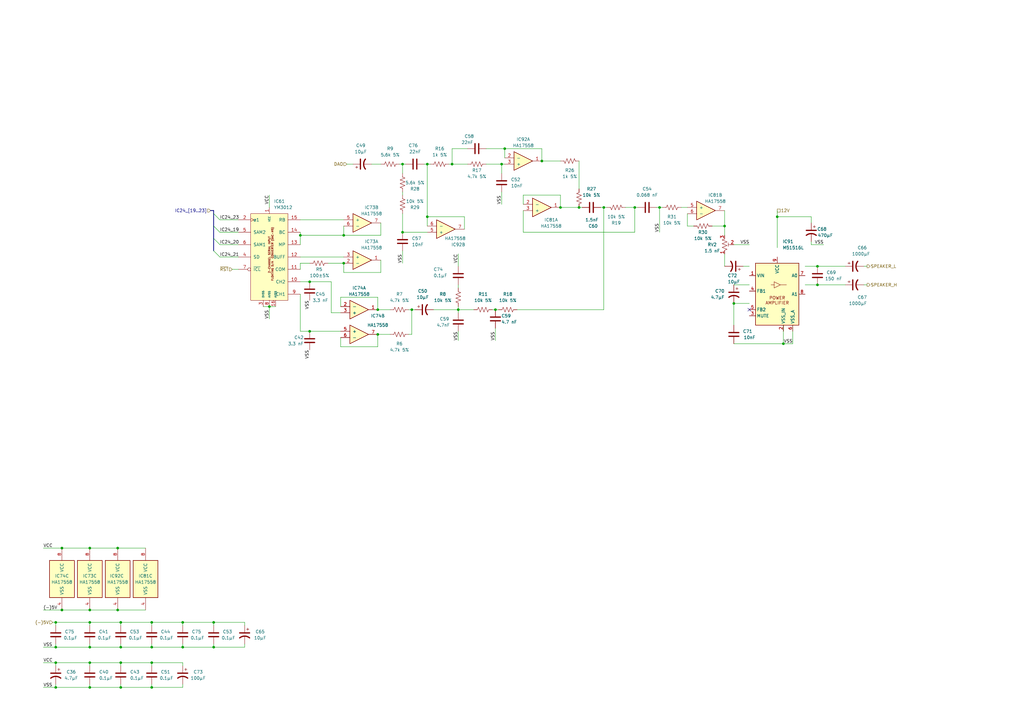
<source format=kicad_sch>
(kicad_sch (version 20231120) (generator "eeschema") (generator_version "8.0")
  (paper "A3")
  (title_block (company "JOTEGO"))
  (lib_symbols
    (symbol "Device:C" (pin_numbers hide) (pin_names (offset 0.254))
      (property "Reference" "C" (at 0.635 2.54 0))
      (property "Value" "C" (at 0.635 -2.54 0))
      (symbol "C_0_1"
        (polyline (pts (xy -2.032 -0.762) (xy 2.032 -0.762)) (stroke (width 0.508)))
        (polyline (pts (xy -2.032 0.762) (xy 2.032 0.762)) (stroke (width 0.508)))
      )
      (symbol "C_1_1"
        (pin passive line (at 0 3.81 270) (length 2.794) (name "~") (number "1"))
        (pin passive line (at 0 -3.81 90) (length 2.794) (name "~") (number "2"))
      )
    )
    (symbol "Device:C_Polarized_US" (pin_numbers hide) (pin_names (offset 0.254) hide)
      (property "Reference" "C" (at 0.635 2.54 0))
      (property "Value" "C_Polarized_US" (at 0.635 -2.54 0))
      (symbol "C_Polarized_US_0_1"
        (polyline (pts (xy -2.032 0.762) (xy 2.032 0.762)) (stroke (width 0.508)))
        (polyline (pts (xy -1.778 2.286) (xy -0.762 2.286)))
        (polyline (pts (xy -1.27 1.778) (xy -1.27 2.794)))
        (arc (start 2.032 -1.27) (mid 0 -0.5572) (end -2.032 -1.27) (stroke (width 0.508)))
      )
      (symbol "C_Polarized_US_1_1"
        (pin passive line (at 0 3.81 270) (length 2.794) (name "~") (number "1"))
        (pin passive line (at 0 -3.81 90) (length 3.302) (name "~") (number "2"))
      )
    )
    (symbol "Device:R_Potentiometer_Trim_US" (pin_names (offset 1.016) hide)
      (property "Reference" "RV" (at -4.445 0 90))
      (property "Value" "R_Potentiometer_Trim_US" (at -2.54 0 90))
      (symbol "R_Potentiometer_Trim_US_0_1"
        (polyline (pts (xy 0 -2.286) (xy 0 -2.54)))
        (polyline (pts (xy 0 2.286) (xy 0 2.54)))
        (polyline (pts (xy 1.524 0.762) (xy 1.524 -0.762)))
        (polyline (pts (xy 2.54 0) (xy 1.524 0)))
        (polyline (pts (xy 0 -0.762) (xy 1.016 -1.143) (xy 0 -1.524) (xy -1.016 -1.905) (xy 0 -2.286)))
        (polyline (pts (xy 0 0.762) (xy 1.016 0.381) (xy 0 0) (xy -1.016 -0.381) (xy 0 -0.762)))
        (polyline (pts (xy 0 2.286) (xy 1.016 1.905) (xy 0 1.524) (xy -1.016 1.143) (xy 0 0.762)))
      )
      (symbol "R_Potentiometer_Trim_US_1_1"
        (pin passive line (at 0 3.81 270) (length 1.27) (name "1") (number "1"))
        (pin passive line (at 3.81 0 180) (length 1.27) (name "2") (number "2"))
        (pin passive line (at 0 -3.81 90) (length 1.27) (name "3") (number "3"))
      )
    )
    (symbol "Device:R_US" (pin_numbers hide) (pin_names (offset 0))
      (property "Reference" "R" (at 2.54 0 90))
      (property "Value" "R_US" (at -2.54 0 90))
      (symbol "R_US_0_1"
        (polyline (pts (xy 0 -2.286) (xy 0 -2.54)))
        (polyline (pts (xy 0 2.286) (xy 0 2.54)))
        (polyline (pts (xy 0 -0.762) (xy 1.016 -1.143) (xy 0 -1.524) (xy -1.016 -1.905) (xy 0 -2.286)))
        (polyline (pts (xy 0 0.762) (xy 1.016 0.381) (xy 0 0) (xy -1.016 -0.381) (xy 0 -0.762)))
        (polyline (pts (xy 0 2.286) (xy 1.016 1.905) (xy 0 1.524) (xy -1.016 1.143) (xy 0 0.762)))
      )
      (symbol "R_US_1_1"
        (pin passive line (at 0 3.81 270) (length 1.27) (name "~") (number "1"))
        (pin passive line (at 0 -3.81 90) (length 1.27) (name "~") (number "2"))
      )
    )
    (symbol "jt74:HA17558" (pin_names (offset 1.016))
      (property "Reference" "U" (at 5.334 12.192 0))
      (property "Value" "HA17558" (at 5.842 10.16 0))
      (symbol "HA17558_1_0"
        (polyline (pts (xy -3.81 3.81) (xy -3.81 -3.81) (xy 3.81 0) (xy -3.81 3.81)) (stroke (width 0.254)) (fill (type background)))
        (pin output line (at 7.62 0 180) (length 3.81) (name "~") (number "1"))
        (pin input line (at -7.62 1.27 0) (length 3.81) (name "-") (number "2"))
        (pin input line (at -7.62 -1.27 0) (length 3.81) (name "+") (number "3"))
      )
      (symbol "HA17558_2_0"
        (polyline (pts (xy -3.81 3.81) (xy -3.81 -3.81) (xy 3.81 0) (xy -3.81 3.81)) (stroke (width 0.254)) (fill (type background)))
        (pin input line (at -7.62 1.27 0) (length 3.81) (name "+") (number "5"))
        (pin input line (at -7.62 -1.27 0) (length 3.81) (name "-") (number "6"))
        (pin output line (at 7.62 0 180) (length 3.81) (name "~") (number "7"))
      )
      (symbol "HA17558_3_0"
        (pin power_in line (at 0 -12.7 90) (length 5.08) (name "VSS") (number "4"))
        (pin power_in line (at 0 12.7 270) (length 5.08) (name "VCC") (number "8"))
      )
      (symbol "HA17558_3_1"
        (rectangle (start -5.08 7.62) (end 5.08 -7.62) (stroke (width 0.254)) (fill (type background)))
      )
    )
    (symbol "jt74:M51516L"
      (property "Reference" "U" (at 6.604 12.954 0))
      (property "Value" "M51516L" (at 6.35 10.668 0))
      (symbol "M51516L_0_1"
        (rectangle (start -8.89 8.89) (end 8.89 -16.51) (stroke (width 0.254)) (fill (type background)))
        (polyline (pts (xy -2.54 0) (xy -1.27 0)))
        (polyline (pts (xy 3.81 0) (xy 1.27 0)))
        (polyline (pts (xy -1.27 1.27) (xy -1.27 -1.27) (xy 1.27 0) (xy -1.27 1.27)))
      )
      (symbol "M51516L_1_1"
        (text "POWER\nAMPLIFIER" (at 0 -6.35 0) (effects (font (size 1.27 1.27))))
        (pin input line (at -11.43 3.81 0) (length 2.54) (name "VIN") (number "1"))
        (pin power_in line (at 2.54 -19.05 90) (length 2.54) (name "VSS_IN") (number "2"))
        (pin input line (at -11.43 -12.7 0) (length 2.54) (name "MUTE") (number "3"))
        (pin input line (at -11.43 -2.54 0) (length 2.54) (name "FB1") (number "4"))
        (pin input line (at -11.43 -10.16 0) (length 2.54) (name "FB2") (number "5"))
        (pin power_in line (at 6.35 -19.05 90) (length 2.54) (name "VSS_A") (number "6"))
        (pin output line (at 11.43 3.81 180) (length 2.54) (name "A0") (number "7"))
        (pin output line (at 11.43 -3.81 180) (length 2.54) (name "A1") (number "8"))
        (pin power_in line (at 0 11.43 270) (length 2.54) (name "VCC") (number "9"))
      )
    )
    (symbol "yamaha:YM3012" (pin_names (offset 1.016))
      (property "Reference" "U" (at 3.175 17.78 0))
      (property "Value" "YM3012" (at -5.08 17.78 0))
      (symbol "YM3012_0_0"
        (text "2-CHANNEL SERIAL INPUT " (at 0 0 900) (effects (font (size 0.762 0.762))))
        (text "FLOATING D/A  CONVERTER (DAC-MS)" (at 1.27 0 900) (effects (font (size 0.762 0.762))))
      )
      (symbol "YM3012_0_1"
        (rectangle (start -7.62 16.51) (end 7.62 -19.05) (fill (type background)))
      )
      (symbol "YM3012_1_1"
        (pin power_in line (at 0 19.05 270) (length 2.54) (name "VCC") (number "1"))
        (pin output line (at 12.7 -11.43 180) (length 5.08) (name "CH2") (number "10"))
        (pin input line (at 12.7 -6.35 180) (length 5.08) (name "COM") (number "11"))
        (pin output line (at 12.7 -1.27 180) (length 5.08) (name "BUFF") (number "12"))
        (pin input line (at 12.7 3.81 180) (length 5.08) (name "MP") (number "13"))
        (pin input line (at 12.7 8.89 180) (length 5.08) (name "BC") (number "14"))
        (pin output line (at 12.7 13.97 180) (length 5.08) (name "RB") (number "15"))
        (pin power_in line (at 2.54 -21.59 90) (length 2.54) (name "AVSS") (number "16"))
        (pin input clock (at -12.7 13.97 0) (length 5.08) (name "ø1") (number "2"))
        (pin power_in line (at -2.54 -21.59 90) (length 2.54) (name "DVSS") (number "3"))
        (pin input line (at -12.7 -1.27 0) (length 5.08) (name "SD") (number "4"))
        (pin input line (at -12.7 8.89 0) (length 5.08) (name "SAM2") (number "5"))
        (pin input line (at -12.7 3.81 0) (length 5.08) (name "SAM1") (number "6"))
        (pin input inverted (at -12.7 -6.35 0) (length 5.08) (name "~{ICL}") (number "7"))
        (pin power_in line (at 0 -21.59 90) (length 2.54) (name "AVSS") (number "8"))
        (pin output line (at 12.7 -16.51 180) (length 5.08) (name "CH1") (number "9"))
      )
    )
  )
  (junction (at 247.65 85.09))
  (junction (at 49.53 265.43))
  (junction (at 127 135.89))
  (junction (at 48.26 224.79))
  (junction (at 36.83 281.94))
  (junction (at 110.49 125.73))
  (junction (at 22.86 271.78))
  (junction (at 140.97 96.52))
  (junction (at 207.01 60.96))
  (junction (at 175.26 67.31))
  (junction (at 25.4 224.79))
  (junction (at 22.86 255.27))
  (junction (at 237.49 85.09))
  (junction (at 335.28 109.22))
  (junction (at 74.93 265.43))
  (junction (at 203.2 127))
  (junction (at 49.53 255.27))
  (junction (at 270.51 85.09))
  (junction (at 36.83 271.78))
  (junction (at 62.23 255.27))
  (junction (at 300.99 124.46))
  (junction (at 22.86 281.94))
  (junction (at 123.19 96.52))
  (junction (at 36.83 224.79))
  (junction (at 175.26 88.9))
  (junction (at 222.25 66.04))
  (junction (at 48.26 250.19))
  (junction (at 154.94 127))
  (junction (at 205.74 67.31))
  (junction (at 321.31 140.97))
  (junction (at 62.23 265.43))
  (junction (at 127 115.57))
  (junction (at 62.23 271.78))
  (junction (at 154.94 137.16))
  (junction (at 187.96 127))
  (junction (at 335.28 116.84))
  (junction (at 168.91 127))
  (junction (at 87.63 255.27))
  (junction (at 36.83 250.19))
  (junction (at 49.53 281.94))
  (junction (at 36.83 255.27))
  (junction (at 229.87 85.09))
  (junction (at 25.4 250.19))
  (junction (at 165.1 95.25))
  (junction (at 318.77 88.9))
  (junction (at 74.93 255.27))
  (junction (at 36.83 265.43))
  (junction (at 185.42 67.31))
  (junction (at 87.63 265.43))
  (junction (at 165.1 67.31))
  (junction (at 22.86 265.43))
  (junction (at 297.18 92.71))
  (junction (at 62.23 281.94))
  (junction (at 49.53 271.78))
  (junction (at 260.35 85.09))
  (junction (at 140.97 107.95))
  (no_connect (at 307.34 127))
  (bus_entry (at 87.63 92.71) (size 2.54 2.54))
  (bus_entry (at 87.63 97.79) (size 2.54 2.54))
  (bus_entry (at 87.63 87.63) (size 2.54 2.54))
  (bus_entry (at 87.63 102.87) (size 2.54 2.54))
  (wire (pts (xy 123.19 120.65) (xy 123.19 135.89)))
  (wire (pts (xy 123.19 96.52) (xy 140.97 96.52)))
  (wire (pts (xy 90.17 90.17) (xy 97.79 90.17)))
  (wire (pts (xy 167.64 137.16) (xy 168.91 137.16)))
  (bus (pts (xy 87.63 97.79) (xy 87.63 92.71)))
  (wire (pts (xy 175.26 92.71) (xy 175.26 88.9)))
  (wire (pts (xy 297.18 104.14) (xy 297.18 109.22)))
  (wire (pts (xy 90.17 105.41) (xy 97.79 105.41)))
  (wire (pts (xy 62.23 256.54) (xy 62.23 255.27)))
  (wire (pts (xy 139.7 135.89) (xy 127 135.89)))
  (wire (pts (xy 36.83 273.05) (xy 36.83 271.78)))
  (wire (pts (xy 237.49 66.04) (xy 237.49 77.47)))
  (wire (pts (xy 156.21 106.68) (xy 156.21 111.76)))
  (wire (pts (xy 21.59 255.27) (xy 22.86 255.27)))
  (wire (pts (xy 190.5 88.9) (xy 190.5 93.98)))
  (wire (pts (xy 187.96 109.22) (xy 187.96 104.14)))
  (wire (pts (xy 321.31 140.97) (xy 300.99 140.97)))
  (wire (pts (xy 214.63 83.82) (xy 214.63 80.01)))
  (wire (pts (xy 36.83 255.27) (xy 49.53 255.27)))
  (wire (pts (xy 154.94 121.92) (xy 154.94 127)))
  (wire (pts (xy 297.18 92.71) (xy 297.18 96.52)))
  (wire (pts (xy 17.78 265.43) (xy 22.86 265.43)))
  (wire (pts (xy 300.99 116.84) (xy 307.34 116.84)))
  (wire (pts (xy 49.53 271.78) (xy 36.83 271.78)))
  (wire (pts (xy 36.83 265.43) (xy 49.53 265.43)))
  (wire (pts (xy 74.93 273.05) (xy 74.93 271.78)))
  (wire (pts (xy 165.1 67.31) (xy 166.37 67.31)))
  (wire (pts (xy 22.86 255.27) (xy 22.86 256.54)))
  (wire (pts (xy 332.74 100.33) (xy 332.74 99.06)))
  (bus (pts (xy 86.36 86.36) (xy 87.63 86.36)))
  (wire (pts (xy 139.7 138.43) (xy 139.7 142.24)))
  (wire (pts (xy 36.83 281.94) (xy 36.83 280.67)))
  (wire (pts (xy 62.23 280.67) (xy 62.23 281.94)))
  (wire (pts (xy 74.93 265.43) (xy 74.93 264.16)))
  (wire (pts (xy 332.74 91.44) (xy 332.74 88.9)))
  (wire (pts (xy 87.63 265.43) (xy 100.33 265.43)))
  (wire (pts (xy 139.7 125.73) (xy 139.7 121.92)))
  (wire (pts (xy 165.1 78.74) (xy 165.1 80.01)))
  (wire (pts (xy 59.69 224.79) (xy 48.26 224.79)))
  (wire (pts (xy 140.97 96.52) (xy 156.21 96.52)))
  (wire (pts (xy 22.86 264.16) (xy 22.86 265.43)))
  (wire (pts (xy 203.2 127) (xy 201.93 127)))
  (wire (pts (xy 49.53 265.43) (xy 49.53 264.16)))
  (wire (pts (xy 22.86 265.43) (xy 36.83 265.43)))
  (wire (pts (xy 165.1 87.63) (xy 165.1 95.25)))
  (wire (pts (xy 154.94 142.24) (xy 154.94 137.16)))
  (wire (pts (xy 204.47 127) (xy 203.2 127)))
  (wire (pts (xy 36.83 255.27) (xy 36.83 256.54)))
  (wire (pts (xy 330.2 116.84) (xy 335.28 116.84)))
  (wire (pts (xy 74.93 256.54) (xy 74.93 255.27)))
  (wire (pts (xy 185.42 60.96) (xy 185.42 67.31)))
  (wire (pts (xy 110.49 125.73) (xy 107.95 125.73)))
  (wire (pts (xy 25.4 250.19) (xy 17.78 250.19)))
  (wire (pts (xy 260.35 85.09) (xy 261.62 85.09)))
  (wire (pts (xy 222.25 66.04) (xy 229.87 66.04)))
  (wire (pts (xy 247.65 85.09) (xy 246.38 85.09)))
  (wire (pts (xy 123.19 107.95) (xy 127 107.95)))
  (wire (pts (xy 135.89 128.27) (xy 135.89 115.57)))
  (wire (pts (xy 87.63 256.54) (xy 87.63 255.27)))
  (wire (pts (xy 207.01 64.77) (xy 207.01 60.96)))
  (wire (pts (xy 165.1 107.95) (xy 165.1 102.87)))
  (wire (pts (xy 184.15 67.31) (xy 185.42 67.31)))
  (wire (pts (xy 281.94 87.63) (xy 281.94 92.71)))
  (wire (pts (xy 354.33 116.84) (xy 355.6 116.84)))
  (wire (pts (xy 59.69 250.19) (xy 48.26 250.19)))
  (wire (pts (xy 214.63 80.01) (xy 229.87 80.01)))
  (wire (pts (xy 168.91 127) (xy 167.64 127)))
  (wire (pts (xy 100.33 256.54) (xy 100.33 255.27)))
  (wire (pts (xy 185.42 60.96) (xy 191.77 60.96)))
  (bus (pts (xy 87.63 87.63) (xy 87.63 86.36)))
  (wire (pts (xy 49.53 273.05) (xy 49.53 271.78)))
  (wire (pts (xy 175.26 67.31) (xy 176.53 67.31)))
  (wire (pts (xy 214.63 86.36) (xy 214.63 95.25)))
  (wire (pts (xy 168.91 127) (xy 170.18 127)))
  (wire (pts (xy 260.35 85.09) (xy 256.54 85.09)))
  (wire (pts (xy 187.96 125.73) (xy 187.96 127)))
  (wire (pts (xy 123.19 95.25) (xy 123.19 96.52)))
  (wire (pts (xy 22.86 281.94) (xy 22.86 280.67)))
  (wire (pts (xy 62.23 271.78) (xy 74.93 271.78)))
  (wire (pts (xy 36.83 264.16) (xy 36.83 265.43)))
  (wire (pts (xy 335.28 116.84) (xy 346.71 116.84)))
  (wire (pts (xy 87.63 265.43) (xy 87.63 264.16)))
  (wire (pts (xy 165.1 95.25) (xy 175.26 95.25)))
  (wire (pts (xy 134.62 107.95) (xy 140.97 107.95)))
  (wire (pts (xy 337.82 100.33) (xy 332.74 100.33)))
  (wire (pts (xy 168.91 137.16) (xy 168.91 127)))
  (wire (pts (xy 36.83 271.78) (xy 22.86 271.78)))
  (wire (pts (xy 318.77 88.9) (xy 318.77 101.6)))
  (wire (pts (xy 271.78 85.09) (xy 270.51 85.09)))
  (wire (pts (xy 304.8 109.22) (xy 307.34 109.22)))
  (wire (pts (xy 123.19 107.95) (xy 123.19 110.49)))
  (wire (pts (xy 207.01 60.96) (xy 222.25 60.96)))
  (wire (pts (xy 123.19 115.57) (xy 127 115.57)))
  (wire (pts (xy 163.83 67.31) (xy 165.1 67.31)))
  (wire (pts (xy 203.2 139.7) (xy 203.2 134.62)))
  (wire (pts (xy 297.18 92.71) (xy 297.18 86.36)))
  (wire (pts (xy 185.42 67.31) (xy 191.77 67.31)))
  (wire (pts (xy 300.99 124.46) (xy 307.34 124.46)))
  (wire (pts (xy 90.17 100.33) (xy 97.79 100.33)))
  (wire (pts (xy 156.21 96.52) (xy 156.21 91.44)))
  (wire (pts (xy 237.49 85.09) (xy 238.76 85.09)))
  (wire (pts (xy 156.21 111.76) (xy 140.97 111.76)))
  (wire (pts (xy 346.71 109.22) (xy 335.28 109.22)))
  (wire (pts (xy 247.65 85.09) (xy 247.65 127)))
  (wire (pts (xy 49.53 280.67) (xy 49.53 281.94)))
  (wire (pts (xy 354.33 109.22) (xy 355.6 109.22)))
  (wire (pts (xy 127 115.57) (xy 135.89 115.57)))
  (wire (pts (xy 49.53 255.27) (xy 62.23 255.27)))
  (wire (pts (xy 229.87 85.09) (xy 237.49 85.09)))
  (wire (pts (xy 139.7 128.27) (xy 135.89 128.27)))
  (wire (pts (xy 248.92 85.09) (xy 247.65 85.09)))
  (wire (pts (xy 62.23 265.43) (xy 62.23 264.16)))
  (wire (pts (xy 205.74 67.31) (xy 207.01 67.31)))
  (wire (pts (xy 318.77 88.9) (xy 332.74 88.9)))
  (wire (pts (xy 123.19 135.89) (xy 127 135.89)))
  (wire (pts (xy 22.86 271.78) (xy 22.86 273.05)))
  (wire (pts (xy 292.1 92.71) (xy 297.18 92.71)))
  (wire (pts (xy 321.31 140.97) (xy 325.12 140.97)))
  (wire (pts (xy 123.19 96.52) (xy 123.19 100.33)))
  (wire (pts (xy 100.33 265.43) (xy 100.33 264.16)))
  (wire (pts (xy 110.49 130.81) (xy 110.49 125.73)))
  (wire (pts (xy 165.1 67.31) (xy 165.1 71.12)))
  (wire (pts (xy 22.86 281.94) (xy 36.83 281.94)))
  (wire (pts (xy 270.51 85.09) (xy 270.51 95.25)))
  (wire (pts (xy 229.87 80.01) (xy 229.87 85.09)))
  (wire (pts (xy 139.7 121.92) (xy 154.94 121.92)))
  (wire (pts (xy 154.94 127) (xy 160.02 127)))
  (wire (pts (xy 187.96 139.7) (xy 187.96 135.89)))
  (wire (pts (xy 95.25 110.49) (xy 97.79 110.49)))
  (wire (pts (xy 74.93 281.94) (xy 74.93 280.67)))
  (wire (pts (xy 222.25 60.96) (xy 222.25 66.04)))
  (wire (pts (xy 110.49 125.73) (xy 113.03 125.73)))
  (wire (pts (xy 49.53 271.78) (xy 62.23 271.78)))
  (wire (pts (xy 36.83 281.94) (xy 49.53 281.94)))
  (wire (pts (xy 154.94 137.16) (xy 160.02 137.16)))
  (wire (pts (xy 49.53 265.43) (xy 62.23 265.43)))
  (wire (pts (xy 48.26 224.79) (xy 36.83 224.79)))
  (wire (pts (xy 199.39 60.96) (xy 207.01 60.96)))
  (wire (pts (xy 281.94 92.71) (xy 284.48 92.71)))
  (wire (pts (xy 74.93 255.27) (xy 87.63 255.27)))
  (wire (pts (xy 144.78 67.31) (xy 142.24 67.31)))
  (wire (pts (xy 49.53 281.94) (xy 62.23 281.94)))
  (wire (pts (xy 199.39 67.31) (xy 205.74 67.31)))
  (wire (pts (xy 205.74 83.82) (xy 205.74 78.74)))
  (wire (pts (xy 140.97 92.71) (xy 140.97 96.52)))
  (wire (pts (xy 187.96 116.84) (xy 187.96 118.11)))
  (wire (pts (xy 281.94 85.09) (xy 279.4 85.09)))
  (wire (pts (xy 87.63 255.27) (xy 100.33 255.27)))
  (wire (pts (xy 17.78 271.78) (xy 22.86 271.78)))
  (wire (pts (xy 152.4 67.31) (xy 156.21 67.31)))
  (wire (pts (xy 212.09 127) (xy 247.65 127)))
  (wire (pts (xy 140.97 107.95) (xy 140.97 111.76)))
  (wire (pts (xy 330.2 109.22) (xy 335.28 109.22)))
  (wire (pts (xy 325.12 133.35) (xy 325.12 140.97)))
  (wire (pts (xy 62.23 255.27) (xy 74.93 255.27)))
  (wire (pts (xy 214.63 95.25) (xy 260.35 95.25)))
  (wire (pts (xy 36.83 250.19) (xy 25.4 250.19)))
  (wire (pts (xy 205.74 67.31) (xy 205.74 71.12)))
  (wire (pts (xy 187.96 127) (xy 194.31 127)))
  (wire (pts (xy 74.93 265.43) (xy 87.63 265.43)))
  (bus (pts (xy 87.63 92.71) (xy 87.63 87.63)))
  (wire (pts (xy 62.23 281.94) (xy 74.93 281.94)))
  (wire (pts (xy 123.19 90.17) (xy 140.97 90.17)))
  (wire (pts (xy 49.53 256.54) (xy 49.53 255.27)))
  (wire (pts (xy 177.8 127) (xy 187.96 127)))
  (wire (pts (xy 62.23 273.05) (xy 62.23 271.78)))
  (wire (pts (xy 123.19 105.41) (xy 140.97 105.41)))
  (wire (pts (xy 300.99 124.46) (xy 300.99 133.35)))
  (wire (pts (xy 62.23 265.43) (xy 74.93 265.43)))
  (wire (pts (xy 36.83 224.79) (xy 25.4 224.79)))
  (wire (pts (xy 175.26 67.31) (xy 175.26 88.9)))
  (wire (pts (xy 173.99 67.31) (xy 175.26 67.31)))
  (wire (pts (xy 318.77 86.36) (xy 318.77 88.9)))
  (wire (pts (xy 25.4 224.79) (xy 17.78 224.79)))
  (wire (pts (xy 17.78 281.94) (xy 22.86 281.94)))
  (wire (pts (xy 139.7 142.24) (xy 154.94 142.24)))
  (bus (pts (xy 87.63 102.87) (xy 87.63 97.79)))
  (wire (pts (xy 48.26 250.19) (xy 36.83 250.19)))
  (wire (pts (xy 270.51 85.09) (xy 269.24 85.09)))
  (wire (pts (xy 321.31 133.35) (xy 321.31 140.97)))
  (wire (pts (xy 187.96 128.27) (xy 187.96 127)))
  (wire (pts (xy 22.86 255.27) (xy 36.83 255.27)))
  (wire (pts (xy 110.49 85.09) (xy 110.49 80.01)))
  (wire (pts (xy 260.35 85.09) (xy 260.35 95.25)))
  (wire (pts (xy 300.99 100.33) (xy 307.34 100.33)))
  (wire (pts (xy 175.26 88.9) (xy 190.5 88.9)))
  (wire (pts (xy 90.17 95.25) (xy 97.79 95.25)))
  (label "VCC" (at 110.49 80.01 270))
  (label "VCC" (at 187.96 104.14 270))
  (label "VSS" (at 127 143.51 270))
  (label "VSS" (at 165.1 107.95 90))
  (label "VSS" (at 325.12 140.97 180))
  (label "VSS" (at 307.34 100.33 180))
  (label "(-)5V" (at 17.78 250.19 0))
  (label "VSS" (at 337.82 100.33 180))
  (label "VCC" (at 17.78 224.79 0))
  (label "IC24_19" (at 90.17 95.25 0))
  (label "IC24_23" (at 90.17 90.17 0))
  (label "IC24_20" (at 90.17 100.33 0))
  (label "VSS" (at 17.78 265.43 0))
  (label "VSS" (at 127 123.19 270))
  (label "VSS" (at 17.78 281.94 0))
  (label "VSS" (at 203.2 139.7 90))
  (label "VSS" (at 270.51 95.25 90))
  (label "VSS" (at 187.96 139.7 90))
  (label "VCC" (at 17.78 271.78 0))
  (label "VSS" (at 205.74 83.82 90))
  (label "VSS" (at 110.49 130.81 90))
  (label "IC24_21" (at 90.17 105.41 0))
  (hierarchical_label "DAO" (shape input) (at 142.24 67.31 180))
  (hierarchical_label "12V" (shape passive) (at 318.77 86.36 0))
  (hierarchical_label "SPEAKER_L" (shape output) (at 355.6 109.22 0))
  (hierarchical_label "~{RST}" (shape input) (at 95.25 110.49 180))
  (hierarchical_label "IC24_[19..23]" (shape input) (at 86.36 86.36 180))
  (hierarchical_label "SPEAKER_H" (shape output) (at 355.6 116.84 0))
  (hierarchical_label "(-)5V" (shape input) (at 21.59 255.27 180))
  (symbol (lib_id "Device:C") (at 49.53 276.86 0) (unit 1)
    (property "Reference" "C43" (at 53.34 275.59 0) (effects (justify left)))
    (property "Value" "0.1μF" (at 53.34 278.13 0) (effects (justify left)))
    (property "Description" "Unpolarized capacitor" (effects (hide yes)))
  )
  (symbol (lib_id "jt74:HA17558") (at 182.88 93.98 0) (mirror x) (unit 2)
    (property "Reference" "IC92" (at 187.96 100.33 0))
    (property "Value" "HA17558" (at 186.69 97.79 0))
    (property "Datasheet" "https://www.alldatasheet.com/html-pdf/694689/LINER/LM308A_15/152/1/LM308A_15.html" (effects (hide yes)))
    (property "Description" "Operational Amplifier" (effects (hide yes)))
  )
  (symbol (lib_id "Device:R_Potentiometer_Trim_US") (at 297.18 100.33 0) (mirror x) (unit 1)
    (property "Reference" "RV2" (at 292.1 100.33 0))
    (property "Value" "1.5 nF" (at 292.1 102.87 0))
    (property "Description" "Trim-potentiometer, US symbol" (effects (hide yes)))
  )
  (symbol (lib_id "Device:C") (at 36.83 276.86 0) (unit 1)
    (property "Reference" "C40" (at 40.64 275.59 0) (effects (justify left)))
    (property "Value" "0.1μF" (at 40.64 278.13 0) (effects (justify left)))
    (property "Description" "Unpolarized capacitor" (effects (hide yes)))
  )
  (symbol (lib_id "jt74:HA17558") (at 222.25 85.09 0) (unit 1)
    (property "Reference" "IC81" (at 226.06 90.17 0))
    (property "Value" "HA17558" (at 226.06 92.71 0))
    (property "Datasheet" "https://www.alldatasheet.com/html-pdf/694689/LINER/LM308A_15/152/1/LM308A_15.html" (effects (hide yes)))
    (property "Description" "Operational Amplifier" (effects (hide yes)))
  )
  (symbol (lib_id "Device:C_Polarized_US") (at 74.93 276.86 0) (mirror y) (unit 1)
    (property "Reference" "C73" (at 81.28 275.59 0))
    (property "Value" "100μF" (at 81.28 278.13 0))
    (property "Description" "Polarized capacitor, US symbol" (effects (hide yes)))
  )
  (symbol (lib_id "Device:C") (at 195.58 60.96 270) (mirror x) (unit 1)
    (property "Reference" "C58" (at 190.5 55.88 90) (effects (justify left)))
    (property "Value" "22nF" (at 189.23 58.42 90) (effects (justify left)))
    (property "Description" "Unpolarized capacitor" (effects (hide yes)))
  )
  (symbol (lib_id "Device:R_US") (at 195.58 67.31 270) (unit 1)
    (property "Reference" "R17" (at 195.58 69.85 90))
    (property "Value" "4.7k 5%" (at 195.58 72.39 90))
    (property "Description" "Resistor, US symbol" (effects (hide yes)))
  )
  (symbol (lib_id "Device:C_Polarized_US") (at 350.52 116.84 90) (mirror x) (unit 1)
    (property "Reference" "C67" (at 355.6 121.92 90) (effects (justify left)))
    (property "Value" "1000μF" (at 355.6 124.46 90) (effects (justify left)))
    (property "Description" "Polarized capacitor, US symbol" (effects (hide yes)))
  )
  (symbol (lib_id "Device:C") (at 62.23 276.86 0) (mirror y) (unit 1)
    (property "Reference" "C51" (at 69.85 275.59 0) (effects (justify left)))
    (property "Value" "0.1μF" (at 71.12 278.13 0) (effects (justify left)))
    (property "Description" "Unpolarized capacitor" (effects (hide yes)))
  )
  (symbol (lib_id "Device:R_US") (at 275.59 85.09 90) (unit 1)
    (property "Reference" "R31" (at 275.59 88.9 90))
    (property "Value" "10k 5%" (at 275.59 91.44 90))
    (property "Description" "Resistor, US symbol" (effects (hide yes)))
  )
  (symbol (lib_id "Device:C_Polarized_US") (at 100.33 260.35 0) (mirror y) (unit 1)
    (property "Reference" "C65" (at 106.68 259.08 0))
    (property "Value" "10μF" (at 106.68 261.62 0))
    (property "Description" "Polarized capacitor, US symbol" (effects (hide yes)))
  )
  (symbol (lib_id "Device:R_US") (at 180.34 67.31 270) (unit 1)
    (property "Reference" "R16" (at 180.34 60.96 90))
    (property "Value" "1k 5%" (at 180.34 63.5 90))
    (property "Description" "Resistor, US symbol" (effects (hide yes)))
  )
  (symbol (lib_id "Device:C") (at 22.86 260.35 0) (mirror y) (unit 1)
    (property "Reference" "C75" (at 30.48 259.08 0) (effects (justify left)))
    (property "Value" "0.1μF" (at 31.75 261.62 0) (effects (justify left)))
    (property "Description" "Unpolarized capacitor" (effects (hide yes)))
  )
  (symbol (lib_id "Device:C_Polarized_US") (at 332.74 95.25 0) (mirror y) (unit 1)
    (property "Reference" "C68" (at 339.09 93.98 0) (effects (justify left)))
    (property "Value" "470μF" (at 341.63 96.52 0) (effects (justify left)))
    (property "Description" "Polarized capacitor, US symbol" (effects (hide yes)))
  )
  (symbol (lib_id "Device:R_US") (at 130.81 107.95 90) (unit 1)
    (property "Reference" "R5" (at 129.54 110.49 90) (effects (justify right)))
    (property "Value" "100±5%" (at 127 113.03 90) (effects (justify right)))
    (property "Description" "Resistor, US symbol" (effects (hide yes)))
  )
  (symbol (lib_id "Device:C") (at 242.57 85.09 270) (mirror x) (unit 1)
    (property "Reference" "C60" (at 241.3 92.71 90) (effects (justify left)))
    (property "Value" "1.5nF" (at 240.03 90.17 90) (effects (justify left)))
    (property "Description" "Unpolarized capacitor" (effects (hide yes)))
  )
  (symbol (lib_id "Device:C") (at 87.63 260.35 0) (mirror y) (unit 1)
    (property "Reference" "C53" (at 95.25 259.08 0) (effects (justify left)))
    (property "Value" "0.1μF" (at 96.52 261.62 0) (effects (justify left)))
    (property "Description" "Unpolarized capacitor" (effects (hide yes)))
  )
  (symbol (lib_id "Device:C") (at 187.96 113.03 0) (mirror x) (unit 1)
    (property "Reference" "C74" (at 177.8 110.49 0) (effects (justify left)))
    (property "Value" "0.1μF" (at 177.8 113.03 0) (effects (justify left)))
    (property "Description" "Unpolarized capacitor" (effects (hide yes)))
  )
  (symbol (lib_id "Device:R_US") (at 187.96 121.92 0) (unit 1)
    (property "Reference" "R8" (at 181.61 120.65 0))
    (property "Value" "10k 5%" (at 181.61 123.19 0))
    (property "Description" "Resistor, US symbol" (effects (hide yes)))
  )
  (symbol (lib_id "jt74:HA17558") (at 25.4 237.49 0) (mirror y) (unit 3)
    (property "Reference" "IC74" (at 25.4 236.22 0))
    (property "Value" "HA17558" (at 25.4 238.76 0))
    (property "Datasheet" "https://www.alldatasheet.com/html-pdf/694689/LINER/LM308A_15/152/1/LM308A_15.html" (effects (hide yes)))
    (property "Description" "Operational Amplifier" (effects (hide yes)))
  )
  (symbol (lib_id "Device:R_US") (at 163.83 137.16 90) (unit 1)
    (property "Reference" "R6" (at 163.83 140.97 90))
    (property "Value" "4.7k 5%" (at 163.83 143.51 90))
    (property "Description" "Resistor, US symbol" (effects (hide yes)))
  )
  (symbol (lib_id "jt74:HA17558") (at 36.83 237.49 0) (mirror y) (unit 3)
    (property "Reference" "IC73" (at 36.83 236.22 0))
    (property "Value" "HA17558" (at 36.83 238.76 0))
    (property "Datasheet" "https://www.alldatasheet.com/html-pdf/694689/LINER/LM308A_15/152/1/LM308A_15.html" (effects (hide yes)))
    (property "Description" "Operational Amplifier" (effects (hide yes)))
  )
  (symbol (lib_id "Device:C_Polarized_US") (at 300.99 109.22 270) (mirror x) (unit 1)
    (property "Reference" "C72" (at 298.45 113.03 90) (effects (justify left)))
    (property "Value" "10μF" (at 298.45 115.57 90) (effects (justify left)))
    (property "Description" "Polarized capacitor, US symbol" (effects (hide yes)))
  )
  (symbol (lib_id "Device:R_US") (at 208.28 127 270) (unit 1)
    (property "Reference" "R18" (at 208.28 120.65 90))
    (property "Value" "10k 5%" (at 208.28 123.19 90))
    (property "Description" "Resistor, US symbol" (effects (hide yes)))
  )
  (symbol (lib_id "Device:C_Polarized_US") (at 350.52 109.22 90) (mirror x) (unit 1)
    (property "Reference" "C66" (at 355.6 101.6 90) (effects (justify left)))
    (property "Value" "1000μF" (at 356.87 104.14 90) (effects (justify left)))
    (property "Description" "Polarized capacitor, US symbol" (effects (hide yes)))
  )
  (symbol (lib_id "Device:R_US") (at 160.02 67.31 270) (unit 1)
    (property "Reference" "R9" (at 160.02 60.96 90))
    (property "Value" "5.6k 5%" (at 160.02 63.5 90))
    (property "Description" "Resistor, US symbol" (effects (hide yes)))
  )
  (symbol (lib_id "jt74:HA17558") (at 147.32 127 0) (unit 1)
    (property "Reference" "IC74" (at 147.32 118.11 0))
    (property "Value" "HA17558" (at 147.32 120.65 0))
    (property "Datasheet" "https://www.alldatasheet.com/html-pdf/694689/LINER/LM308A_15/152/1/LM308A_15.html" (effects (hide yes)))
    (property "Description" "Operational Amplifier" (effects (hide yes)))
  )
  (symbol (lib_id "Device:C") (at 170.18 67.31 90) (unit 1)
    (property "Reference" "C76" (at 171.45 59.69 90) (effects (justify left)))
    (property "Value" "22nF" (at 172.72 62.23 90) (effects (justify left)))
    (property "Description" "Unpolarized capacitor" (effects (hide yes)))
  )
  (symbol (lib_id "Device:C") (at 265.43 85.09 270) (mirror x) (unit 1)
    (property "Reference" "C54" (at 265.43 77.47 90))
    (property "Value" "0.068 nF" (at 265.43 80.01 90))
    (property "Description" "Unpolarized capacitor" (effects (hide yes)))
  )
  (symbol (lib_id "jt74:HA17558") (at 214.63 66.04 0) (unit 1)
    (property "Reference" "IC92" (at 214.63 57.15 0))
    (property "Value" "HA17558" (at 214.63 59.69 0))
    (property "Datasheet" "https://www.alldatasheet.com/html-pdf/694689/LINER/LM308A_15/152/1/LM308A_15.html" (effects (hide yes)))
    (property "Description" "Operational Amplifier" (effects (hide yes)))
  )
  (symbol (lib_id "jt74:HA17558") (at 59.69 237.49 0) (unit 3)
    (property "Reference" "IC81" (at 59.69 236.22 0))
    (property "Value" "HA17558" (at 59.69 238.76 0))
    (property "Datasheet" "https://www.alldatasheet.com/html-pdf/694689/LINER/LM308A_15/152/1/LM308A_15.html" (effects (hide yes)))
    (property "Description" "Operational Amplifier" (effects (hide yes)))
  )
  (symbol (lib_id "Device:C") (at 205.74 74.93 0) (unit 1)
    (property "Reference" "C52" (at 209.55 73.66 0) (effects (justify left)))
    (property "Value" "10nF" (at 209.55 76.2 0) (effects (justify left)))
    (property "Description" "Unpolarized capacitor" (effects (hide yes)))
  )
  (symbol (lib_id "Device:C") (at 127 119.38 180) (unit 1)
    (property "Reference" "C45" (at 133.35 120.65 0) (effects (justify left)))
    (property "Value" "3.3 nF" (at 134.62 123.19 0) (effects (justify left)))
    (property "Description" "Unpolarized capacitor" (effects (hide yes)))
  )
  (symbol (lib_id "jt74:HA17558") (at 148.59 106.68 0) (mirror x) (unit 1)
    (property "Reference" "IC73" (at 152.4 99.06 0))
    (property "Value" "HA17558" (at 152.4 101.6 0))
    (property "Datasheet" "https://www.alldatasheet.com/html-pdf/694689/LINER/LM308A_15/152/1/LM308A_15.html" (effects (hide yes)))
    (property "Description" "Operational Amplifier" (effects (hide yes)))
  )
  (symbol (lib_id "Device:R_US") (at 288.29 92.71 270) (mirror x) (unit 1)
    (property "Reference" "R30" (at 288.29 95.25 90))
    (property "Value" "10k 5%" (at 288.29 97.79 90))
    (property "Description" "Resistor, US symbol" (effects (hide yes)))
  )
  (symbol (lib_id "Device:R_US") (at 252.73 85.09 270) (mirror x) (unit 1)
    (property "Reference" "R19" (at 252.73 91.44 90))
    (property "Value" "10k 5%" (at 252.73 88.9 90))
    (property "Description" "Resistor, US symbol" (effects (hide yes)))
  )
  (symbol (lib_id "Device:R_US") (at 163.83 127 270) (unit 1)
    (property "Reference" "R7" (at 163.83 120.65 90))
    (property "Value" "4.7k 5%" (at 163.83 123.19 90))
    (property "Description" "Resistor, US symbol" (effects (hide yes)))
  )
  (symbol (lib_id "Device:R_US") (at 198.12 127 270) (unit 1)
    (property "Reference" "R11" (at 198.12 120.65 90))
    (property "Value" "10k 5%" (at 198.12 123.19 90))
    (property "Description" "Resistor, US symbol" (effects (hide yes)))
  )
  (symbol (lib_id "Device:C") (at 203.2 130.81 0) (mirror y) (unit 1)
    (property "Reference" "C59" (at 209.55 129.54 0) (effects (justify left)))
    (property "Value" "4.7 nF" (at 212.09 132.08 0) (effects (justify left)))
    (property "Description" "Unpolarized capacitor" (effects (hide yes)))
  )
  (symbol (lib_id "jt74:HA17558") (at 148.59 91.44 0) (unit 2)
    (property "Reference" "IC73" (at 152.4 85.09 0))
    (property "Value" "HA17558" (at 152.4 87.63 0))
    (property "Datasheet" "https://www.alldatasheet.com/html-pdf/694689/LINER/LM308A_15/152/1/LM308A_15.html" (effects (hide yes)))
    (property "Description" "Operational Amplifier" (effects (hide yes)))
  )
  (symbol (lib_id "Device:C") (at 62.23 260.35 0) (mirror y) (unit 1)
    (property "Reference" "C44" (at 69.85 259.08 0) (effects (justify left)))
    (property "Value" "0.1μF" (at 71.12 261.62 0) (effects (justify left)))
    (property "Description" "Unpolarized capacitor" (effects (hide yes)))
  )
  (symbol (lib_id "Device:C") (at 74.93 260.35 0) (mirror y) (unit 1)
    (property "Reference" "C75" (at 82.55 259.08 0) (effects (justify left)))
    (property "Value" "0.1μF" (at 83.82 261.62 0) (effects (justify left)))
    (property "Description" "Unpolarized capacitor" (effects (hide yes)))
  )
  (symbol (lib_id "Device:C") (at 165.1 99.06 0) (unit 1)
    (property "Reference" "C57" (at 168.91 97.79 0) (effects (justify left)))
    (property "Value" "10nF" (at 168.91 100.33 0) (effects (justify left)))
    (property "Description" "Unpolarized capacitor" (effects (hide yes)))
  )
  (symbol (lib_id "Device:R_US") (at 233.68 66.04 270) (mirror x) (unit 1)
    (property "Reference" "R26" (at 233.68 69.85 90))
    (property "Value" "1k 5%" (at 233.68 72.39 90))
    (property "Description" "Resistor, US symbol" (effects (hide yes)))
  )
  (symbol (lib_id "yamaha:YM3012") (at 110.49 104.14 0) (unit 1)
    (property "Reference" "IC61" (at 112.3349 82.55 0) (effects (justify left)))
    (property "Value" "YM3012" (at 112.3349 85.09 0) (effects (justify left)))
    (property "Datasheet" "https://retrocdn.net/images/d/da/YM3012_datasheet.pdf" (effects (hide yes)))
  )
  (symbol (lib_id "Device:C") (at 300.99 137.16 180) (unit 1)
    (property "Reference" "C71" (at 308.61 135.89 0) (effects (justify left)))
    (property "Value" "10nF" (at 309.88 138.43 0) (effects (justify left)))
    (property "Description" "Unpolarized capacitor" (effects (hide yes)))
  )
  (symbol (lib_id "Device:C_Polarized_US") (at 148.59 67.31 90) (unit 1)
    (property "Reference" "C49" (at 147.955 59.69 90))
    (property "Value" "10μF" (at 147.955 62.23 90))
    (property "Description" "Polarized capacitor, US symbol" (effects (hide yes)))
  )
  (symbol (lib_id "Device:C") (at 49.53 260.35 0) (mirror y) (unit 1)
    (property "Reference" "C53" (at 57.15 259.08 0) (effects (justify left)))
    (property "Value" "0.1μF" (at 58.42 261.62 0) (effects (justify left)))
    (property "Description" "Unpolarized capacitor" (effects (hide yes)))
  )
  (symbol (lib_id "jt74:HA17558") (at 48.26 237.49 0) (mirror y) (unit 3)
    (property "Reference" "IC92" (at 50.8 236.22 0) (effects (justify left)))
    (property "Value" "HA17558" (at 48.26 238.76 0))
    (property "Datasheet" "https://www.alldatasheet.com/html-pdf/694689/LINER/LM308A_15/152/1/LM308A_15.html" (effects (hide yes)))
    (property "Description" "Operational Amplifier" (effects (hide yes)))
  )
  (symbol (lib_id "jt74:HA17558") (at 289.56 86.36 0) (unit 2)
    (property "Reference" "IC81" (at 293.37 80.01 0))
    (property "Value" "HA17558" (at 293.37 82.55 0))
    (property "Datasheet" "https://www.alldatasheet.com/html-pdf/694689/LINER/LM308A_15/152/1/LM308A_15.html" (effects (hide yes)))
    (property "Description" "Operational Amplifier" (effects (hide yes)))
  )
  (symbol (lib_id "Device:C_Polarized_US") (at 300.99 120.65 0) (mirror y) (unit 1)
    (property "Reference" "C70" (at 297.18 119.38 0) (effects (justify left)))
    (property "Value" "4.7μF" (at 297.18 121.92 0) (effects (justify left)))
    (property "Description" "Polarized capacitor, US symbol" (effects (hide yes)))
  )
  (symbol (lib_id "Device:R_US") (at 165.1 74.93 180) (unit 1)
    (property "Reference" "R28" (at 170.18 77.47 0))
    (property "Value" "5.6k 5%" (at 170.18 74.93 0))
    (property "Description" "Resistor, US symbol" (effects (hide yes)))
  )
  (symbol (lib_id "Device:C_Polarized_US") (at 22.86 276.86 0) (mirror y) (unit 1)
    (property "Reference" "C36" (at 29.21 275.59 0))
    (property "Value" "4.7μF" (at 29.21 278.13 0))
    (property "Description" "Polarized capacitor, US symbol" (effects (hide yes)))
  )
  (symbol (lib_id "Device:C") (at 335.28 113.03 0) (mirror y) (unit 1)
    (property "Reference" "C69" (at 342.9 111.76 0) (effects (justify left)))
    (property "Value" "150 nF" (at 345.44 114.3 0) (effects (justify left)))
    (property "Description" "Unpolarized capacitor" (effects (hide yes)))
  )
  (symbol (lib_id "Device:C") (at 187.96 132.08 0) (unit 1)
    (property "Reference" "C59" (at 180.34 130.81 0) (effects (justify left)))
    (property "Value" "4.7nF" (at 179.07 133.35 0) (effects (justify left)))
    (property "Description" "Unpolarized capacitor" (effects (hide yes)))
  )
  (symbol (lib_id "jt74:M51516L") (at 318.77 116.84 0) (unit 1)
    (property "Reference" "IC91" (at 320.9641 99.06 0) (effects (justify left)))
    (property "Value" "M51516L" (at 320.9641 101.6 0) (effects (justify left)))
    (property "Datasheet" "https://semiconductors.es/pdf-down/M/5/1/M51516L_ETC.pdf" (effects (hide yes)))
    (property "Description" "AF BTL Power Amplifier 12 W. 9~16V" (effects (hide yes)))
  )
  (symbol (lib_id "Device:R_US") (at 165.1 83.82 180) (unit 1)
    (property "Reference" "R29" (at 170.18 85.09 0))
    (property "Value" "10k 5%" (at 170.18 82.55 0))
    (property "Description" "Resistor, US symbol" (effects (hide yes)))
  )
  (symbol (lib_id "Device:C") (at 36.83 260.35 0) (mirror y) (unit 1)
    (property "Reference" "C41" (at 44.45 259.08 0) (effects (justify left)))
    (property "Value" "0.1μF" (at 45.72 261.62 0) (effects (justify left)))
    (property "Description" "Unpolarized capacitor" (effects (hide yes)))
  )
  (symbol (lib_id "Device:R_US") (at 237.49 81.28 0) (mirror y) (unit 1)
    (property "Reference" "R27" (at 242.57 77.47 0))
    (property "Value" "10k 5%" (at 242.57 80.01 0))
    (property "Description" "Resistor, US symbol" (effects (hide yes)))
  )
  (symbol (lib_id "Device:C_Polarized_US") (at 173.99 127 90) (mirror x) (unit 1)
    (property "Reference" "C50" (at 173.355 119.38 90))
    (property "Value" "10μF" (at 173.355 121.92 90))
    (property "Description" "Polarized capacitor, US symbol" (effects (hide yes)))
  )
  (symbol (lib_id "jt74:HA17558") (at 147.32 137.16 0) (unit 2)
    (property "Reference" "IC74" (at 154.94 129.54 0))
    (property "Value" "HA17558" (at 154.94 133.35 0))
    (property "Datasheet" "https://www.alldatasheet.com/html-pdf/694689/LINER/LM308A_15/152/1/LM308A_15.html" (effects (hide yes)))
    (property "Description" "Operational Amplifier" (effects (hide yes)))
  )
  (symbol (lib_id "Device:C") (at 127 139.7 0) (mirror x) (unit 1)
    (property "Reference" "C42" (at 120.65 138.43 0) (effects (justify left)))
    (property "Value" "3.3 nF" (at 118.11 140.97 0) (effects (justify left)))
    (property "Description" "Unpolarized capacitor" (effects (hide yes)))
  )
)
</source>
